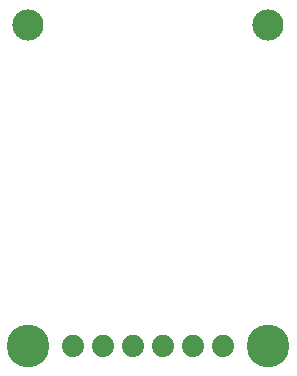
<source format=gbr>
G04 EAGLE Gerber RS-274X export*
G75*
%MOMM*%
%FSLAX34Y34*%
%LPD*%
%INSoldermask Bottom*%
%IPPOS*%
%AMOC8*
5,1,8,0,0,1.08239X$1,22.5*%
G01*
%ADD10C,2.641600*%
%ADD11C,1.879600*%
%ADD12C,3.617600*%


D10*
X25400Y297180D03*
X228600Y297180D03*
D11*
X63500Y25400D03*
X88900Y25400D03*
X114300Y25400D03*
X139700Y25400D03*
X165100Y25400D03*
X190500Y25400D03*
D12*
X25400Y25400D03*
X228600Y25400D03*
M02*

</source>
